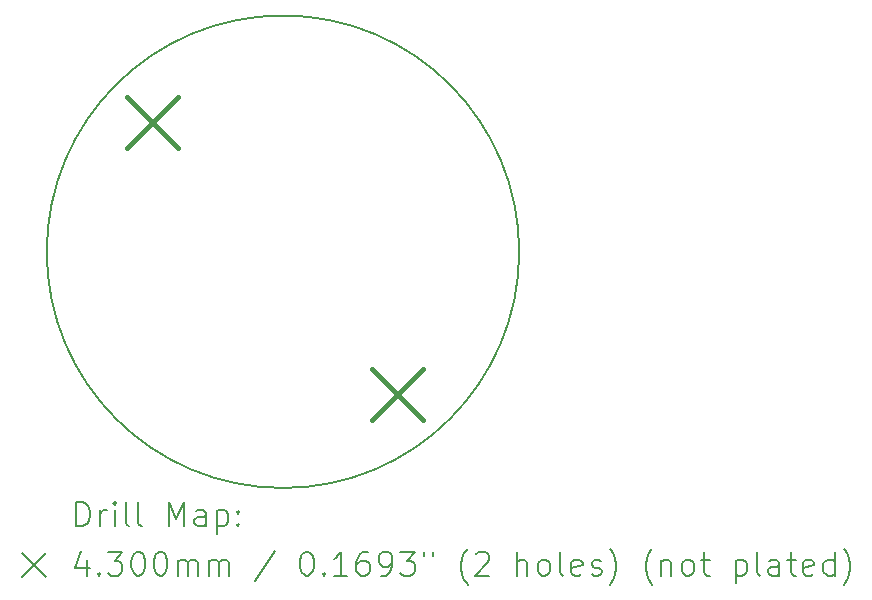
<source format=gbr>
%TF.GenerationSoftware,KiCad,Pcbnew,8.0.6*%
%TF.CreationDate,2025-02-12T14:20:04-05:00*%
%TF.ProjectId,module led hall,6d6f6475-6c65-4206-9c65-642068616c6c,rev?*%
%TF.SameCoordinates,Original*%
%TF.FileFunction,Drillmap*%
%TF.FilePolarity,Positive*%
%FSLAX45Y45*%
G04 Gerber Fmt 4.5, Leading zero omitted, Abs format (unit mm)*
G04 Created by KiCad (PCBNEW 8.0.6) date 2025-02-12 14:20:04*
%MOMM*%
%LPD*%
G01*
G04 APERTURE LIST*
%ADD10C,0.200000*%
%ADD11C,0.430000*%
G04 APERTURE END LIST*
D10*
X12000000Y-10000000D02*
G75*
G02*
X8000000Y-10000000I-2000000J0D01*
G01*
X8000000Y-10000000D02*
G75*
G02*
X12000000Y-10000000I2000000J0D01*
G01*
D11*
X8683000Y-8694000D02*
X9113000Y-9124000D01*
X9113000Y-8694000D02*
X8683000Y-9124000D01*
X10755000Y-10996000D02*
X11185000Y-11426000D01*
X11185000Y-10996000D02*
X10755000Y-11426000D01*
D10*
X8250777Y-12321484D02*
X8250777Y-12121484D01*
X8250777Y-12121484D02*
X8298396Y-12121484D01*
X8298396Y-12121484D02*
X8326967Y-12131008D01*
X8326967Y-12131008D02*
X8346015Y-12150055D01*
X8346015Y-12150055D02*
X8355539Y-12169103D01*
X8355539Y-12169103D02*
X8365062Y-12207198D01*
X8365062Y-12207198D02*
X8365062Y-12235769D01*
X8365062Y-12235769D02*
X8355539Y-12273865D01*
X8355539Y-12273865D02*
X8346015Y-12292912D01*
X8346015Y-12292912D02*
X8326967Y-12311960D01*
X8326967Y-12311960D02*
X8298396Y-12321484D01*
X8298396Y-12321484D02*
X8250777Y-12321484D01*
X8450777Y-12321484D02*
X8450777Y-12188150D01*
X8450777Y-12226246D02*
X8460301Y-12207198D01*
X8460301Y-12207198D02*
X8469824Y-12197674D01*
X8469824Y-12197674D02*
X8488872Y-12188150D01*
X8488872Y-12188150D02*
X8507920Y-12188150D01*
X8574586Y-12321484D02*
X8574586Y-12188150D01*
X8574586Y-12121484D02*
X8565063Y-12131008D01*
X8565063Y-12131008D02*
X8574586Y-12140531D01*
X8574586Y-12140531D02*
X8584110Y-12131008D01*
X8584110Y-12131008D02*
X8574586Y-12121484D01*
X8574586Y-12121484D02*
X8574586Y-12140531D01*
X8698396Y-12321484D02*
X8679348Y-12311960D01*
X8679348Y-12311960D02*
X8669824Y-12292912D01*
X8669824Y-12292912D02*
X8669824Y-12121484D01*
X8803158Y-12321484D02*
X8784110Y-12311960D01*
X8784110Y-12311960D02*
X8774586Y-12292912D01*
X8774586Y-12292912D02*
X8774586Y-12121484D01*
X9031729Y-12321484D02*
X9031729Y-12121484D01*
X9031729Y-12121484D02*
X9098396Y-12264341D01*
X9098396Y-12264341D02*
X9165063Y-12121484D01*
X9165063Y-12121484D02*
X9165063Y-12321484D01*
X9346015Y-12321484D02*
X9346015Y-12216722D01*
X9346015Y-12216722D02*
X9336491Y-12197674D01*
X9336491Y-12197674D02*
X9317444Y-12188150D01*
X9317444Y-12188150D02*
X9279348Y-12188150D01*
X9279348Y-12188150D02*
X9260301Y-12197674D01*
X9346015Y-12311960D02*
X9326967Y-12321484D01*
X9326967Y-12321484D02*
X9279348Y-12321484D01*
X9279348Y-12321484D02*
X9260301Y-12311960D01*
X9260301Y-12311960D02*
X9250777Y-12292912D01*
X9250777Y-12292912D02*
X9250777Y-12273865D01*
X9250777Y-12273865D02*
X9260301Y-12254817D01*
X9260301Y-12254817D02*
X9279348Y-12245293D01*
X9279348Y-12245293D02*
X9326967Y-12245293D01*
X9326967Y-12245293D02*
X9346015Y-12235769D01*
X9441253Y-12188150D02*
X9441253Y-12388150D01*
X9441253Y-12197674D02*
X9460301Y-12188150D01*
X9460301Y-12188150D02*
X9498396Y-12188150D01*
X9498396Y-12188150D02*
X9517444Y-12197674D01*
X9517444Y-12197674D02*
X9526967Y-12207198D01*
X9526967Y-12207198D02*
X9536491Y-12226246D01*
X9536491Y-12226246D02*
X9536491Y-12283388D01*
X9536491Y-12283388D02*
X9526967Y-12302436D01*
X9526967Y-12302436D02*
X9517444Y-12311960D01*
X9517444Y-12311960D02*
X9498396Y-12321484D01*
X9498396Y-12321484D02*
X9460301Y-12321484D01*
X9460301Y-12321484D02*
X9441253Y-12311960D01*
X9622205Y-12302436D02*
X9631729Y-12311960D01*
X9631729Y-12311960D02*
X9622205Y-12321484D01*
X9622205Y-12321484D02*
X9612682Y-12311960D01*
X9612682Y-12311960D02*
X9622205Y-12302436D01*
X9622205Y-12302436D02*
X9622205Y-12321484D01*
X9622205Y-12197674D02*
X9631729Y-12207198D01*
X9631729Y-12207198D02*
X9622205Y-12216722D01*
X9622205Y-12216722D02*
X9612682Y-12207198D01*
X9612682Y-12207198D02*
X9622205Y-12197674D01*
X9622205Y-12197674D02*
X9622205Y-12216722D01*
X7790000Y-12550000D02*
X7990000Y-12750000D01*
X7990000Y-12550000D02*
X7790000Y-12750000D01*
X8336491Y-12608150D02*
X8336491Y-12741484D01*
X8288872Y-12531960D02*
X8241253Y-12674817D01*
X8241253Y-12674817D02*
X8365062Y-12674817D01*
X8441253Y-12722436D02*
X8450777Y-12731960D01*
X8450777Y-12731960D02*
X8441253Y-12741484D01*
X8441253Y-12741484D02*
X8431729Y-12731960D01*
X8431729Y-12731960D02*
X8441253Y-12722436D01*
X8441253Y-12722436D02*
X8441253Y-12741484D01*
X8517444Y-12541484D02*
X8641253Y-12541484D01*
X8641253Y-12541484D02*
X8574586Y-12617674D01*
X8574586Y-12617674D02*
X8603158Y-12617674D01*
X8603158Y-12617674D02*
X8622205Y-12627198D01*
X8622205Y-12627198D02*
X8631729Y-12636722D01*
X8631729Y-12636722D02*
X8641253Y-12655769D01*
X8641253Y-12655769D02*
X8641253Y-12703388D01*
X8641253Y-12703388D02*
X8631729Y-12722436D01*
X8631729Y-12722436D02*
X8622205Y-12731960D01*
X8622205Y-12731960D02*
X8603158Y-12741484D01*
X8603158Y-12741484D02*
X8546015Y-12741484D01*
X8546015Y-12741484D02*
X8526967Y-12731960D01*
X8526967Y-12731960D02*
X8517444Y-12722436D01*
X8765063Y-12541484D02*
X8784110Y-12541484D01*
X8784110Y-12541484D02*
X8803158Y-12551008D01*
X8803158Y-12551008D02*
X8812682Y-12560531D01*
X8812682Y-12560531D02*
X8822205Y-12579579D01*
X8822205Y-12579579D02*
X8831729Y-12617674D01*
X8831729Y-12617674D02*
X8831729Y-12665293D01*
X8831729Y-12665293D02*
X8822205Y-12703388D01*
X8822205Y-12703388D02*
X8812682Y-12722436D01*
X8812682Y-12722436D02*
X8803158Y-12731960D01*
X8803158Y-12731960D02*
X8784110Y-12741484D01*
X8784110Y-12741484D02*
X8765063Y-12741484D01*
X8765063Y-12741484D02*
X8746015Y-12731960D01*
X8746015Y-12731960D02*
X8736491Y-12722436D01*
X8736491Y-12722436D02*
X8726967Y-12703388D01*
X8726967Y-12703388D02*
X8717444Y-12665293D01*
X8717444Y-12665293D02*
X8717444Y-12617674D01*
X8717444Y-12617674D02*
X8726967Y-12579579D01*
X8726967Y-12579579D02*
X8736491Y-12560531D01*
X8736491Y-12560531D02*
X8746015Y-12551008D01*
X8746015Y-12551008D02*
X8765063Y-12541484D01*
X8955539Y-12541484D02*
X8974586Y-12541484D01*
X8974586Y-12541484D02*
X8993634Y-12551008D01*
X8993634Y-12551008D02*
X9003158Y-12560531D01*
X9003158Y-12560531D02*
X9012682Y-12579579D01*
X9012682Y-12579579D02*
X9022205Y-12617674D01*
X9022205Y-12617674D02*
X9022205Y-12665293D01*
X9022205Y-12665293D02*
X9012682Y-12703388D01*
X9012682Y-12703388D02*
X9003158Y-12722436D01*
X9003158Y-12722436D02*
X8993634Y-12731960D01*
X8993634Y-12731960D02*
X8974586Y-12741484D01*
X8974586Y-12741484D02*
X8955539Y-12741484D01*
X8955539Y-12741484D02*
X8936491Y-12731960D01*
X8936491Y-12731960D02*
X8926967Y-12722436D01*
X8926967Y-12722436D02*
X8917444Y-12703388D01*
X8917444Y-12703388D02*
X8907920Y-12665293D01*
X8907920Y-12665293D02*
X8907920Y-12617674D01*
X8907920Y-12617674D02*
X8917444Y-12579579D01*
X8917444Y-12579579D02*
X8926967Y-12560531D01*
X8926967Y-12560531D02*
X8936491Y-12551008D01*
X8936491Y-12551008D02*
X8955539Y-12541484D01*
X9107920Y-12741484D02*
X9107920Y-12608150D01*
X9107920Y-12627198D02*
X9117444Y-12617674D01*
X9117444Y-12617674D02*
X9136491Y-12608150D01*
X9136491Y-12608150D02*
X9165063Y-12608150D01*
X9165063Y-12608150D02*
X9184110Y-12617674D01*
X9184110Y-12617674D02*
X9193634Y-12636722D01*
X9193634Y-12636722D02*
X9193634Y-12741484D01*
X9193634Y-12636722D02*
X9203158Y-12617674D01*
X9203158Y-12617674D02*
X9222205Y-12608150D01*
X9222205Y-12608150D02*
X9250777Y-12608150D01*
X9250777Y-12608150D02*
X9269825Y-12617674D01*
X9269825Y-12617674D02*
X9279348Y-12636722D01*
X9279348Y-12636722D02*
X9279348Y-12741484D01*
X9374586Y-12741484D02*
X9374586Y-12608150D01*
X9374586Y-12627198D02*
X9384110Y-12617674D01*
X9384110Y-12617674D02*
X9403158Y-12608150D01*
X9403158Y-12608150D02*
X9431729Y-12608150D01*
X9431729Y-12608150D02*
X9450777Y-12617674D01*
X9450777Y-12617674D02*
X9460301Y-12636722D01*
X9460301Y-12636722D02*
X9460301Y-12741484D01*
X9460301Y-12636722D02*
X9469825Y-12617674D01*
X9469825Y-12617674D02*
X9488872Y-12608150D01*
X9488872Y-12608150D02*
X9517444Y-12608150D01*
X9517444Y-12608150D02*
X9536491Y-12617674D01*
X9536491Y-12617674D02*
X9546015Y-12636722D01*
X9546015Y-12636722D02*
X9546015Y-12741484D01*
X9936491Y-12531960D02*
X9765063Y-12789103D01*
X10193634Y-12541484D02*
X10212682Y-12541484D01*
X10212682Y-12541484D02*
X10231729Y-12551008D01*
X10231729Y-12551008D02*
X10241253Y-12560531D01*
X10241253Y-12560531D02*
X10250777Y-12579579D01*
X10250777Y-12579579D02*
X10260301Y-12617674D01*
X10260301Y-12617674D02*
X10260301Y-12665293D01*
X10260301Y-12665293D02*
X10250777Y-12703388D01*
X10250777Y-12703388D02*
X10241253Y-12722436D01*
X10241253Y-12722436D02*
X10231729Y-12731960D01*
X10231729Y-12731960D02*
X10212682Y-12741484D01*
X10212682Y-12741484D02*
X10193634Y-12741484D01*
X10193634Y-12741484D02*
X10174587Y-12731960D01*
X10174587Y-12731960D02*
X10165063Y-12722436D01*
X10165063Y-12722436D02*
X10155539Y-12703388D01*
X10155539Y-12703388D02*
X10146015Y-12665293D01*
X10146015Y-12665293D02*
X10146015Y-12617674D01*
X10146015Y-12617674D02*
X10155539Y-12579579D01*
X10155539Y-12579579D02*
X10165063Y-12560531D01*
X10165063Y-12560531D02*
X10174587Y-12551008D01*
X10174587Y-12551008D02*
X10193634Y-12541484D01*
X10346015Y-12722436D02*
X10355539Y-12731960D01*
X10355539Y-12731960D02*
X10346015Y-12741484D01*
X10346015Y-12741484D02*
X10336491Y-12731960D01*
X10336491Y-12731960D02*
X10346015Y-12722436D01*
X10346015Y-12722436D02*
X10346015Y-12741484D01*
X10546015Y-12741484D02*
X10431729Y-12741484D01*
X10488872Y-12741484D02*
X10488872Y-12541484D01*
X10488872Y-12541484D02*
X10469825Y-12570055D01*
X10469825Y-12570055D02*
X10450777Y-12589103D01*
X10450777Y-12589103D02*
X10431729Y-12598627D01*
X10717444Y-12541484D02*
X10679348Y-12541484D01*
X10679348Y-12541484D02*
X10660301Y-12551008D01*
X10660301Y-12551008D02*
X10650777Y-12560531D01*
X10650777Y-12560531D02*
X10631729Y-12589103D01*
X10631729Y-12589103D02*
X10622206Y-12627198D01*
X10622206Y-12627198D02*
X10622206Y-12703388D01*
X10622206Y-12703388D02*
X10631729Y-12722436D01*
X10631729Y-12722436D02*
X10641253Y-12731960D01*
X10641253Y-12731960D02*
X10660301Y-12741484D01*
X10660301Y-12741484D02*
X10698396Y-12741484D01*
X10698396Y-12741484D02*
X10717444Y-12731960D01*
X10717444Y-12731960D02*
X10726968Y-12722436D01*
X10726968Y-12722436D02*
X10736491Y-12703388D01*
X10736491Y-12703388D02*
X10736491Y-12655769D01*
X10736491Y-12655769D02*
X10726968Y-12636722D01*
X10726968Y-12636722D02*
X10717444Y-12627198D01*
X10717444Y-12627198D02*
X10698396Y-12617674D01*
X10698396Y-12617674D02*
X10660301Y-12617674D01*
X10660301Y-12617674D02*
X10641253Y-12627198D01*
X10641253Y-12627198D02*
X10631729Y-12636722D01*
X10631729Y-12636722D02*
X10622206Y-12655769D01*
X10831729Y-12741484D02*
X10869825Y-12741484D01*
X10869825Y-12741484D02*
X10888872Y-12731960D01*
X10888872Y-12731960D02*
X10898396Y-12722436D01*
X10898396Y-12722436D02*
X10917444Y-12693865D01*
X10917444Y-12693865D02*
X10926968Y-12655769D01*
X10926968Y-12655769D02*
X10926968Y-12579579D01*
X10926968Y-12579579D02*
X10917444Y-12560531D01*
X10917444Y-12560531D02*
X10907920Y-12551008D01*
X10907920Y-12551008D02*
X10888872Y-12541484D01*
X10888872Y-12541484D02*
X10850777Y-12541484D01*
X10850777Y-12541484D02*
X10831729Y-12551008D01*
X10831729Y-12551008D02*
X10822206Y-12560531D01*
X10822206Y-12560531D02*
X10812682Y-12579579D01*
X10812682Y-12579579D02*
X10812682Y-12627198D01*
X10812682Y-12627198D02*
X10822206Y-12646246D01*
X10822206Y-12646246D02*
X10831729Y-12655769D01*
X10831729Y-12655769D02*
X10850777Y-12665293D01*
X10850777Y-12665293D02*
X10888872Y-12665293D01*
X10888872Y-12665293D02*
X10907920Y-12655769D01*
X10907920Y-12655769D02*
X10917444Y-12646246D01*
X10917444Y-12646246D02*
X10926968Y-12627198D01*
X10993634Y-12541484D02*
X11117444Y-12541484D01*
X11117444Y-12541484D02*
X11050777Y-12617674D01*
X11050777Y-12617674D02*
X11079349Y-12617674D01*
X11079349Y-12617674D02*
X11098396Y-12627198D01*
X11098396Y-12627198D02*
X11107920Y-12636722D01*
X11107920Y-12636722D02*
X11117444Y-12655769D01*
X11117444Y-12655769D02*
X11117444Y-12703388D01*
X11117444Y-12703388D02*
X11107920Y-12722436D01*
X11107920Y-12722436D02*
X11098396Y-12731960D01*
X11098396Y-12731960D02*
X11079349Y-12741484D01*
X11079349Y-12741484D02*
X11022206Y-12741484D01*
X11022206Y-12741484D02*
X11003158Y-12731960D01*
X11003158Y-12731960D02*
X10993634Y-12722436D01*
X11193634Y-12541484D02*
X11193634Y-12579579D01*
X11269825Y-12541484D02*
X11269825Y-12579579D01*
X11565063Y-12817674D02*
X11555539Y-12808150D01*
X11555539Y-12808150D02*
X11536491Y-12779579D01*
X11536491Y-12779579D02*
X11526968Y-12760531D01*
X11526968Y-12760531D02*
X11517444Y-12731960D01*
X11517444Y-12731960D02*
X11507920Y-12684341D01*
X11507920Y-12684341D02*
X11507920Y-12646246D01*
X11507920Y-12646246D02*
X11517444Y-12598627D01*
X11517444Y-12598627D02*
X11526968Y-12570055D01*
X11526968Y-12570055D02*
X11536491Y-12551008D01*
X11536491Y-12551008D02*
X11555539Y-12522436D01*
X11555539Y-12522436D02*
X11565063Y-12512912D01*
X11631729Y-12560531D02*
X11641253Y-12551008D01*
X11641253Y-12551008D02*
X11660301Y-12541484D01*
X11660301Y-12541484D02*
X11707920Y-12541484D01*
X11707920Y-12541484D02*
X11726968Y-12551008D01*
X11726968Y-12551008D02*
X11736491Y-12560531D01*
X11736491Y-12560531D02*
X11746015Y-12579579D01*
X11746015Y-12579579D02*
X11746015Y-12598627D01*
X11746015Y-12598627D02*
X11736491Y-12627198D01*
X11736491Y-12627198D02*
X11622206Y-12741484D01*
X11622206Y-12741484D02*
X11746015Y-12741484D01*
X11984110Y-12741484D02*
X11984110Y-12541484D01*
X12069825Y-12741484D02*
X12069825Y-12636722D01*
X12069825Y-12636722D02*
X12060301Y-12617674D01*
X12060301Y-12617674D02*
X12041253Y-12608150D01*
X12041253Y-12608150D02*
X12012682Y-12608150D01*
X12012682Y-12608150D02*
X11993634Y-12617674D01*
X11993634Y-12617674D02*
X11984110Y-12627198D01*
X12193634Y-12741484D02*
X12174587Y-12731960D01*
X12174587Y-12731960D02*
X12165063Y-12722436D01*
X12165063Y-12722436D02*
X12155539Y-12703388D01*
X12155539Y-12703388D02*
X12155539Y-12646246D01*
X12155539Y-12646246D02*
X12165063Y-12627198D01*
X12165063Y-12627198D02*
X12174587Y-12617674D01*
X12174587Y-12617674D02*
X12193634Y-12608150D01*
X12193634Y-12608150D02*
X12222206Y-12608150D01*
X12222206Y-12608150D02*
X12241253Y-12617674D01*
X12241253Y-12617674D02*
X12250777Y-12627198D01*
X12250777Y-12627198D02*
X12260301Y-12646246D01*
X12260301Y-12646246D02*
X12260301Y-12703388D01*
X12260301Y-12703388D02*
X12250777Y-12722436D01*
X12250777Y-12722436D02*
X12241253Y-12731960D01*
X12241253Y-12731960D02*
X12222206Y-12741484D01*
X12222206Y-12741484D02*
X12193634Y-12741484D01*
X12374587Y-12741484D02*
X12355539Y-12731960D01*
X12355539Y-12731960D02*
X12346015Y-12712912D01*
X12346015Y-12712912D02*
X12346015Y-12541484D01*
X12526968Y-12731960D02*
X12507920Y-12741484D01*
X12507920Y-12741484D02*
X12469825Y-12741484D01*
X12469825Y-12741484D02*
X12450777Y-12731960D01*
X12450777Y-12731960D02*
X12441253Y-12712912D01*
X12441253Y-12712912D02*
X12441253Y-12636722D01*
X12441253Y-12636722D02*
X12450777Y-12617674D01*
X12450777Y-12617674D02*
X12469825Y-12608150D01*
X12469825Y-12608150D02*
X12507920Y-12608150D01*
X12507920Y-12608150D02*
X12526968Y-12617674D01*
X12526968Y-12617674D02*
X12536491Y-12636722D01*
X12536491Y-12636722D02*
X12536491Y-12655769D01*
X12536491Y-12655769D02*
X12441253Y-12674817D01*
X12612682Y-12731960D02*
X12631730Y-12741484D01*
X12631730Y-12741484D02*
X12669825Y-12741484D01*
X12669825Y-12741484D02*
X12688872Y-12731960D01*
X12688872Y-12731960D02*
X12698396Y-12712912D01*
X12698396Y-12712912D02*
X12698396Y-12703388D01*
X12698396Y-12703388D02*
X12688872Y-12684341D01*
X12688872Y-12684341D02*
X12669825Y-12674817D01*
X12669825Y-12674817D02*
X12641253Y-12674817D01*
X12641253Y-12674817D02*
X12622206Y-12665293D01*
X12622206Y-12665293D02*
X12612682Y-12646246D01*
X12612682Y-12646246D02*
X12612682Y-12636722D01*
X12612682Y-12636722D02*
X12622206Y-12617674D01*
X12622206Y-12617674D02*
X12641253Y-12608150D01*
X12641253Y-12608150D02*
X12669825Y-12608150D01*
X12669825Y-12608150D02*
X12688872Y-12617674D01*
X12765063Y-12817674D02*
X12774587Y-12808150D01*
X12774587Y-12808150D02*
X12793634Y-12779579D01*
X12793634Y-12779579D02*
X12803158Y-12760531D01*
X12803158Y-12760531D02*
X12812682Y-12731960D01*
X12812682Y-12731960D02*
X12822206Y-12684341D01*
X12822206Y-12684341D02*
X12822206Y-12646246D01*
X12822206Y-12646246D02*
X12812682Y-12598627D01*
X12812682Y-12598627D02*
X12803158Y-12570055D01*
X12803158Y-12570055D02*
X12793634Y-12551008D01*
X12793634Y-12551008D02*
X12774587Y-12522436D01*
X12774587Y-12522436D02*
X12765063Y-12512912D01*
X13126968Y-12817674D02*
X13117444Y-12808150D01*
X13117444Y-12808150D02*
X13098396Y-12779579D01*
X13098396Y-12779579D02*
X13088872Y-12760531D01*
X13088872Y-12760531D02*
X13079349Y-12731960D01*
X13079349Y-12731960D02*
X13069825Y-12684341D01*
X13069825Y-12684341D02*
X13069825Y-12646246D01*
X13069825Y-12646246D02*
X13079349Y-12598627D01*
X13079349Y-12598627D02*
X13088872Y-12570055D01*
X13088872Y-12570055D02*
X13098396Y-12551008D01*
X13098396Y-12551008D02*
X13117444Y-12522436D01*
X13117444Y-12522436D02*
X13126968Y-12512912D01*
X13203158Y-12608150D02*
X13203158Y-12741484D01*
X13203158Y-12627198D02*
X13212682Y-12617674D01*
X13212682Y-12617674D02*
X13231730Y-12608150D01*
X13231730Y-12608150D02*
X13260301Y-12608150D01*
X13260301Y-12608150D02*
X13279349Y-12617674D01*
X13279349Y-12617674D02*
X13288872Y-12636722D01*
X13288872Y-12636722D02*
X13288872Y-12741484D01*
X13412682Y-12741484D02*
X13393634Y-12731960D01*
X13393634Y-12731960D02*
X13384111Y-12722436D01*
X13384111Y-12722436D02*
X13374587Y-12703388D01*
X13374587Y-12703388D02*
X13374587Y-12646246D01*
X13374587Y-12646246D02*
X13384111Y-12627198D01*
X13384111Y-12627198D02*
X13393634Y-12617674D01*
X13393634Y-12617674D02*
X13412682Y-12608150D01*
X13412682Y-12608150D02*
X13441253Y-12608150D01*
X13441253Y-12608150D02*
X13460301Y-12617674D01*
X13460301Y-12617674D02*
X13469825Y-12627198D01*
X13469825Y-12627198D02*
X13479349Y-12646246D01*
X13479349Y-12646246D02*
X13479349Y-12703388D01*
X13479349Y-12703388D02*
X13469825Y-12722436D01*
X13469825Y-12722436D02*
X13460301Y-12731960D01*
X13460301Y-12731960D02*
X13441253Y-12741484D01*
X13441253Y-12741484D02*
X13412682Y-12741484D01*
X13536492Y-12608150D02*
X13612682Y-12608150D01*
X13565063Y-12541484D02*
X13565063Y-12712912D01*
X13565063Y-12712912D02*
X13574587Y-12731960D01*
X13574587Y-12731960D02*
X13593634Y-12741484D01*
X13593634Y-12741484D02*
X13612682Y-12741484D01*
X13831730Y-12608150D02*
X13831730Y-12808150D01*
X13831730Y-12617674D02*
X13850777Y-12608150D01*
X13850777Y-12608150D02*
X13888873Y-12608150D01*
X13888873Y-12608150D02*
X13907920Y-12617674D01*
X13907920Y-12617674D02*
X13917444Y-12627198D01*
X13917444Y-12627198D02*
X13926968Y-12646246D01*
X13926968Y-12646246D02*
X13926968Y-12703388D01*
X13926968Y-12703388D02*
X13917444Y-12722436D01*
X13917444Y-12722436D02*
X13907920Y-12731960D01*
X13907920Y-12731960D02*
X13888873Y-12741484D01*
X13888873Y-12741484D02*
X13850777Y-12741484D01*
X13850777Y-12741484D02*
X13831730Y-12731960D01*
X14041253Y-12741484D02*
X14022206Y-12731960D01*
X14022206Y-12731960D02*
X14012682Y-12712912D01*
X14012682Y-12712912D02*
X14012682Y-12541484D01*
X14203158Y-12741484D02*
X14203158Y-12636722D01*
X14203158Y-12636722D02*
X14193634Y-12617674D01*
X14193634Y-12617674D02*
X14174587Y-12608150D01*
X14174587Y-12608150D02*
X14136492Y-12608150D01*
X14136492Y-12608150D02*
X14117444Y-12617674D01*
X14203158Y-12731960D02*
X14184111Y-12741484D01*
X14184111Y-12741484D02*
X14136492Y-12741484D01*
X14136492Y-12741484D02*
X14117444Y-12731960D01*
X14117444Y-12731960D02*
X14107920Y-12712912D01*
X14107920Y-12712912D02*
X14107920Y-12693865D01*
X14107920Y-12693865D02*
X14117444Y-12674817D01*
X14117444Y-12674817D02*
X14136492Y-12665293D01*
X14136492Y-12665293D02*
X14184111Y-12665293D01*
X14184111Y-12665293D02*
X14203158Y-12655769D01*
X14269825Y-12608150D02*
X14346015Y-12608150D01*
X14298396Y-12541484D02*
X14298396Y-12712912D01*
X14298396Y-12712912D02*
X14307920Y-12731960D01*
X14307920Y-12731960D02*
X14326968Y-12741484D01*
X14326968Y-12741484D02*
X14346015Y-12741484D01*
X14488873Y-12731960D02*
X14469825Y-12741484D01*
X14469825Y-12741484D02*
X14431730Y-12741484D01*
X14431730Y-12741484D02*
X14412682Y-12731960D01*
X14412682Y-12731960D02*
X14403158Y-12712912D01*
X14403158Y-12712912D02*
X14403158Y-12636722D01*
X14403158Y-12636722D02*
X14412682Y-12617674D01*
X14412682Y-12617674D02*
X14431730Y-12608150D01*
X14431730Y-12608150D02*
X14469825Y-12608150D01*
X14469825Y-12608150D02*
X14488873Y-12617674D01*
X14488873Y-12617674D02*
X14498396Y-12636722D01*
X14498396Y-12636722D02*
X14498396Y-12655769D01*
X14498396Y-12655769D02*
X14403158Y-12674817D01*
X14669825Y-12741484D02*
X14669825Y-12541484D01*
X14669825Y-12731960D02*
X14650777Y-12741484D01*
X14650777Y-12741484D02*
X14612682Y-12741484D01*
X14612682Y-12741484D02*
X14593634Y-12731960D01*
X14593634Y-12731960D02*
X14584111Y-12722436D01*
X14584111Y-12722436D02*
X14574587Y-12703388D01*
X14574587Y-12703388D02*
X14574587Y-12646246D01*
X14574587Y-12646246D02*
X14584111Y-12627198D01*
X14584111Y-12627198D02*
X14593634Y-12617674D01*
X14593634Y-12617674D02*
X14612682Y-12608150D01*
X14612682Y-12608150D02*
X14650777Y-12608150D01*
X14650777Y-12608150D02*
X14669825Y-12617674D01*
X14746015Y-12817674D02*
X14755539Y-12808150D01*
X14755539Y-12808150D02*
X14774587Y-12779579D01*
X14774587Y-12779579D02*
X14784111Y-12760531D01*
X14784111Y-12760531D02*
X14793634Y-12731960D01*
X14793634Y-12731960D02*
X14803158Y-12684341D01*
X14803158Y-12684341D02*
X14803158Y-12646246D01*
X14803158Y-12646246D02*
X14793634Y-12598627D01*
X14793634Y-12598627D02*
X14784111Y-12570055D01*
X14784111Y-12570055D02*
X14774587Y-12551008D01*
X14774587Y-12551008D02*
X14755539Y-12522436D01*
X14755539Y-12522436D02*
X14746015Y-12512912D01*
M02*

</source>
